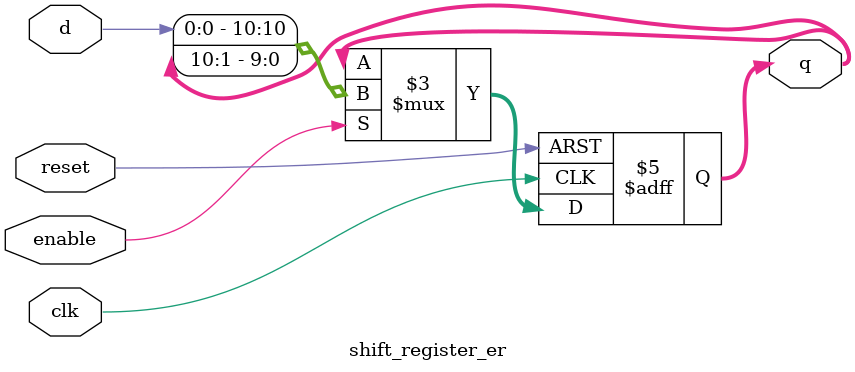
<source format=sv>
module shift_register_er
#(
	parameter WORD_LENGTH = 11
)
(
    input clk,
    input reset,
    input enable,
    input d,
    output reg [WORD_LENGTH-1:0] q
);

//wire [WORD_LENGTH-1:0] q_w;

always_ff @(negedge reset, posedge clk)
	begin
		if (reset == 1'b0)
			q <= 0;
		else
			if (enable)
				q <= {d,q[WORD_LENGTH-1:1]};
	end

//assign q = q_w;

endmodule

</source>
